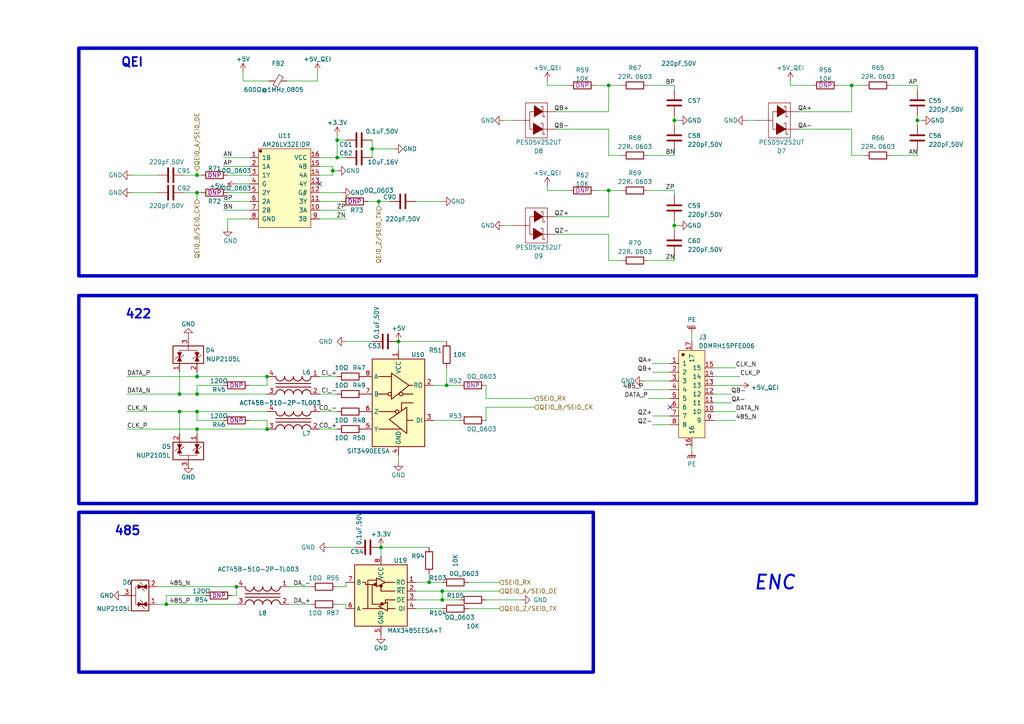
<source format=kicad_sch>
(kicad_sch (version 20230121) (generator eeschema)
  (paper "A4")
  (junction (at 176.53 24.765))
  (junction (at 48.26 175.26))
  (junction (at 57.15 119.38))
  (junction (at 247.015 24.765))
  (junction (at 52.07 114.3))
  (junction (at 124.46 168.91))
  (junction (at 128.27 173.99))
  (junction (at 266.065 34.925))
  (junction (at 110.49 158.75))
  (junction (at 107.95 43.18))
  (junction (at 77.47 109.22))
  (junction (at 176.53 55.245))
  (junction (at 195.58 34.925))
  (junction (at 97.79 40.64))
  (junction (at 57.15 50.8))
  (junction (at 57.15 124.46))
  (junction (at 52.07 119.38))
  (junction (at 195.58 65.405))
  (junction (at 96.52 49.53))
  (junction (at 57.15 109.22))
  (junction (at 57.15 114.3))
  (junction (at 68.58 170.18))
  (junction (at 115.57 99.06))
  (junction (at 77.47 124.46))
  (junction (at 128.27 171.45))
  (junction (at 57.15 55.88))
  (junction (at 109.855 58.42))
  (junction (at 97.79 45.72))
  (junction (at 129.54 111.76))
  (no_connect (at 194.31 118.11))
  (no_connect (at 92.71 53.34))
  (wire (pts (xy 107.95 43.18) (xy 114.3 43.18)))
  (wire (pts (xy 129.54 99.06) (xy 115.57 99.06)))
  (wire (pts (xy 100.33 99.06) (xy 107.95 99.06)))
  (wire (pts (xy 70.485 20.955) (xy 70.485 23.495)))
  (wire (pts (xy 57.15 125.73) (xy 57.15 124.46)))
  (wire (pts (xy 176.53 62.865) (xy 176.53 55.245)))
  (wire (pts (xy 48.26 172.72) (xy 48.26 175.26)))
  (wire (pts (xy 158.75 55.245) (xy 158.75 53.975)))
  (wire (pts (xy 53.34 55.88) (xy 57.15 55.88)))
  (wire (pts (xy 92.075 23.495) (xy 92.075 20.955)))
  (wire (pts (xy 207.01 111.76) (xy 214.63 111.76)))
  (wire (pts (xy 195.58 65.405) (xy 196.85 65.405)))
  (wire (pts (xy 36.83 119.38) (xy 52.07 119.38)))
  (wire (pts (xy 258.445 45.085) (xy 266.065 45.085)))
  (wire (pts (xy 92.71 45.72) (xy 97.79 45.72)))
  (wire (pts (xy 266.065 34.925) (xy 266.065 36.195)))
  (wire (pts (xy 194.31 105.41) (xy 189.23 105.41)))
  (wire (pts (xy 115.57 133.985) (xy 115.57 132.08)))
  (wire (pts (xy 92.71 55.88) (xy 99.06 55.88)))
  (wire (pts (xy 64.77 60.96) (xy 72.39 60.96)))
  (wire (pts (xy 247.015 37.465) (xy 247.015 45.085)))
  (wire (pts (xy 124.46 166.37) (xy 124.46 168.91)))
  (wire (pts (xy 258.445 24.765) (xy 266.065 24.765)))
  (wire (pts (xy 195.58 34.925) (xy 196.85 34.925)))
  (wire (pts (xy 92.71 60.96) (xy 100.33 60.96)))
  (wire (pts (xy 146.05 65.405) (xy 148.59 65.405)))
  (wire (pts (xy 115.57 99.06) (xy 115.57 101.6)))
  (wire (pts (xy 109.855 58.42) (xy 113.03 58.42)))
  (wire (pts (xy 52.07 119.38) (xy 57.15 119.38)))
  (wire (pts (xy 176.53 75.565) (xy 180.34 75.565)))
  (wire (pts (xy 57.15 107.95) (xy 57.15 109.22)))
  (wire (pts (xy 207.01 116.84) (xy 212.09 116.84)))
  (wire (pts (xy 92.71 124.46) (xy 97.79 124.46)))
  (wire (pts (xy 57.15 111.76) (xy 57.15 114.3)))
  (wire (pts (xy 140.97 121.92) (xy 140.97 118.11)))
  (wire (pts (xy 77.47 121.92) (xy 77.47 124.46)))
  (wire (pts (xy 36.83 114.3) (xy 52.07 114.3)))
  (wire (pts (xy 161.29 37.465) (xy 176.53 37.465)))
  (wire (pts (xy 129.54 106.68) (xy 129.54 111.76)))
  (wire (pts (xy 172.72 55.245) (xy 176.53 55.245)))
  (wire (pts (xy 77.47 119.38) (xy 57.15 119.38)))
  (wire (pts (xy 194.31 120.65) (xy 189.23 120.65)))
  (wire (pts (xy 124.46 158.75) (xy 110.49 158.75)))
  (wire (pts (xy 216.535 34.925) (xy 219.075 34.925)))
  (wire (pts (xy 64.77 58.42) (xy 72.39 58.42)))
  (wire (pts (xy 187.96 55.245) (xy 195.58 55.245)))
  (wire (pts (xy 194.31 110.49) (xy 186.69 110.49)))
  (wire (pts (xy 195.58 75.565) (xy 195.58 74.295)))
  (wire (pts (xy 129.54 111.76) (xy 125.73 111.76)))
  (wire (pts (xy 195.58 45.085) (xy 195.58 43.815)))
  (wire (pts (xy 176.53 32.385) (xy 176.53 24.765)))
  (wire (pts (xy 92.71 50.8) (xy 96.52 50.8)))
  (wire (pts (xy 96.52 48.26) (xy 96.52 49.53)))
  (wire (pts (xy 95.25 158.75) (xy 102.87 158.75)))
  (wire (pts (xy 68.58 172.72) (xy 67.31 172.72)))
  (wire (pts (xy 195.58 55.245) (xy 195.58 56.515)))
  (wire (pts (xy 207.01 109.22) (xy 214.63 109.22)))
  (wire (pts (xy 194.31 123.19) (xy 189.23 123.19)))
  (wire (pts (xy 66.04 50.8) (xy 72.39 50.8)))
  (wire (pts (xy 45.72 170.18) (xy 68.58 170.18)))
  (wire (pts (xy 120.65 58.42) (xy 128.27 58.42)))
  (wire (pts (xy 107.95 40.64) (xy 107.95 43.18)))
  (wire (pts (xy 133.35 111.76) (xy 129.54 111.76)))
  (wire (pts (xy 92.71 63.5) (xy 100.33 63.5)))
  (wire (pts (xy 83.82 175.26) (xy 90.17 175.26)))
  (wire (pts (xy 128.27 171.45) (xy 144.78 171.45)))
  (wire (pts (xy 36.83 124.46) (xy 57.15 124.46)))
  (wire (pts (xy 266.065 34.925) (xy 267.335 34.925)))
  (wire (pts (xy 68.58 53.34) (xy 72.39 53.34)))
  (wire (pts (xy 200.66 129.54) (xy 200.66 130.81)))
  (wire (pts (xy 53.34 50.8) (xy 57.15 50.8)))
  (wire (pts (xy 213.36 119.38) (xy 207.01 119.38)))
  (wire (pts (xy 176.53 67.945) (xy 176.53 75.565)))
  (wire (pts (xy 176.53 37.465) (xy 176.53 45.085)))
  (wire (pts (xy 92.71 114.3) (xy 97.79 114.3)))
  (wire (pts (xy 266.065 45.085) (xy 266.065 43.815)))
  (wire (pts (xy 106.68 58.42) (xy 109.855 58.42)))
  (wire (pts (xy 128.27 176.53) (xy 120.65 176.53)))
  (wire (pts (xy 195.58 34.925) (xy 195.58 36.195)))
  (wire (pts (xy 144.78 168.91) (xy 135.89 168.91)))
  (wire (pts (xy 207.01 106.68) (xy 213.36 106.68)))
  (wire (pts (xy 107.95 43.18) (xy 107.95 45.72)))
  (wire (pts (xy 57.15 119.38) (xy 57.15 121.92)))
  (wire (pts (xy 57.15 55.88) (xy 57.15 57.785)))
  (wire (pts (xy 64.77 48.26) (xy 72.39 48.26)))
  (wire (pts (xy 266.065 24.765) (xy 266.065 26.035)))
  (wire (pts (xy 57.15 55.88) (xy 58.42 55.88)))
  (wire (pts (xy 96.52 49.53) (xy 97.79 49.53)))
  (wire (pts (xy 92.71 48.26) (xy 96.52 48.26)))
  (wire (pts (xy 64.77 45.72) (xy 72.39 45.72)))
  (wire (pts (xy 100.33 168.91) (xy 100.33 170.18)))
  (wire (pts (xy 161.29 62.865) (xy 176.53 62.865)))
  (wire (pts (xy 54.61 135.89) (xy 54.61 134.62)))
  (wire (pts (xy 140.97 118.11) (xy 154.94 118.11)))
  (wire (pts (xy 57.15 114.3) (xy 52.07 114.3)))
  (wire (pts (xy 247.015 24.765) (xy 250.825 24.765)))
  (wire (pts (xy 195.58 64.135) (xy 195.58 65.405)))
  (wire (pts (xy 66.04 63.5) (xy 66.04 66.04)))
  (wire (pts (xy 52.07 107.95) (xy 52.07 114.3)))
  (wire (pts (xy 100.33 40.64) (xy 97.79 40.64)))
  (wire (pts (xy 231.775 32.385) (xy 247.015 32.385)))
  (wire (pts (xy 110.49 158.75) (xy 110.49 161.29)))
  (wire (pts (xy 97.79 175.26) (xy 100.33 175.26)))
  (wire (pts (xy 176.53 45.085) (xy 180.34 45.085)))
  (wire (pts (xy 151.13 173.99) (xy 140.97 173.99)))
  (wire (pts (xy 161.29 32.385) (xy 176.53 32.385)))
  (wire (pts (xy 52.07 125.73) (xy 52.07 119.38)))
  (wire (pts (xy 140.97 115.57) (xy 154.94 115.57)))
  (wire (pts (xy 158.75 24.765) (xy 158.75 23.495)))
  (wire (pts (xy 194.31 107.95) (xy 189.23 107.95)))
  (wire (pts (xy 77.47 121.92) (xy 72.39 121.92)))
  (wire (pts (xy 176.53 24.765) (xy 180.34 24.765)))
  (wire (pts (xy 92.71 119.38) (xy 97.79 119.38)))
  (wire (pts (xy 165.1 24.765) (xy 158.75 24.765)))
  (wire (pts (xy 48.26 175.26) (xy 68.58 175.26)))
  (wire (pts (xy 235.585 24.765) (xy 229.235 24.765)))
  (wire (pts (xy 186.69 113.03) (xy 194.31 113.03)))
  (wire (pts (xy 68.58 170.18) (xy 68.58 172.72)))
  (wire (pts (xy 128.27 171.45) (xy 120.65 171.45)))
  (wire (pts (xy 187.96 75.565) (xy 195.58 75.565)))
  (wire (pts (xy 200.66 99.06) (xy 200.66 96.52)))
  (wire (pts (xy 195.58 65.405) (xy 195.58 66.675)))
  (wire (pts (xy 77.47 109.22) (xy 77.47 111.76)))
  (wire (pts (xy 45.72 55.88) (xy 38.1 55.88)))
  (wire (pts (xy 92.71 109.22) (xy 97.79 109.22)))
  (wire (pts (xy 133.35 173.99) (xy 128.27 173.99)))
  (wire (pts (xy 48.26 172.72) (xy 59.69 172.72)))
  (wire (pts (xy 57.15 109.22) (xy 77.47 109.22)))
  (wire (pts (xy 77.47 111.76) (xy 72.39 111.76)))
  (wire (pts (xy 187.96 45.085) (xy 195.58 45.085)))
  (wire (pts (xy 83.185 23.495) (xy 92.075 23.495)))
  (wire (pts (xy 109.855 58.42) (xy 109.855 59.69)))
  (wire (pts (xy 140.97 111.76) (xy 140.97 115.57)))
  (wire (pts (xy 57.15 49.53) (xy 57.15 50.8)))
  (wire (pts (xy 172.72 24.765) (xy 176.53 24.765)))
  (wire (pts (xy 207.01 114.3) (xy 212.09 114.3)))
  (wire (pts (xy 195.58 24.765) (xy 195.58 26.035)))
  (wire (pts (xy 247.015 32.385) (xy 247.015 24.765)))
  (wire (pts (xy 213.36 121.92) (xy 207.01 121.92)))
  (wire (pts (xy 146.05 34.925) (xy 148.59 34.925)))
  (wire (pts (xy 90.17 170.18) (xy 83.82 170.18)))
  (wire (pts (xy 120.65 168.91) (xy 124.46 168.91)))
  (wire (pts (xy 72.39 63.5) (xy 66.04 63.5)))
  (wire (pts (xy 247.015 45.085) (xy 250.825 45.085)))
  (wire (pts (xy 194.31 115.57) (xy 187.96 115.57)))
  (wire (pts (xy 144.78 176.53) (xy 135.89 176.53)))
  (wire (pts (xy 70.485 23.495) (xy 78.105 23.495)))
  (wire (pts (xy 165.1 55.245) (xy 158.75 55.245)))
  (wire (pts (xy 161.29 67.945) (xy 176.53 67.945)))
  (wire (pts (xy 57.15 121.92) (xy 64.77 121.92)))
  (wire (pts (xy 57.15 124.46) (xy 77.47 124.46)))
  (wire (pts (xy 97.79 45.72) (xy 100.33 45.72)))
  (wire (pts (xy 187.96 24.765) (xy 195.58 24.765)))
  (wire (pts (xy 100.33 175.26) (xy 100.33 176.53)))
  (wire (pts (xy 231.775 37.465) (xy 247.015 37.465)))
  (wire (pts (xy 133.35 121.92) (xy 125.73 121.92)))
  (wire (pts (xy 266.065 33.655) (xy 266.065 34.925)))
  (wire (pts (xy 195.58 33.655) (xy 195.58 34.925)))
  (wire (pts (xy 243.205 24.765) (xy 247.015 24.765)))
  (wire (pts (xy 57.15 50.8) (xy 58.42 50.8)))
  (wire (pts (xy 36.83 109.22) (xy 57.15 109.22)))
  (wire (pts (xy 96.52 49.53) (xy 96.52 50.8)))
  (wire (pts (xy 66.04 55.88) (xy 72.39 55.88)))
  (wire (pts (xy 77.47 114.3) (xy 57.15 114.3)))
  (wire (pts (xy 97.79 39.37) (xy 97.79 40.64)))
  (wire (pts (xy 45.72 175.26) (xy 48.26 175.26)))
  (wire (pts (xy 128.27 171.45) (xy 128.27 173.99)))
  (wire (pts (xy 128.27 173.99) (xy 120.65 173.99)))
  (wire (pts (xy 45.72 50.8) (xy 38.1 50.8)))
  (wire (pts (xy 92.71 58.42) (xy 99.06 58.42)))
  (wire (pts (xy 97.79 170.18) (xy 100.33 170.18)))
  (wire (pts (xy 229.235 24.765) (xy 229.235 23.495)))
  (wire (pts (xy 57.15 111.76) (xy 64.77 111.76)))
  (wire (pts (xy 128.27 168.91) (xy 124.46 168.91)))
  (wire (pts (xy 97.79 40.64) (xy 97.79 45.72)))
  (wire (pts (xy 176.53 55.245) (xy 180.34 55.245)))
  (rectangle (start 22.86 13.97) (end 283.21 80.01) (stroke (width 1)))
  (rectangle (start 22.86 148.59) (end 172.085 194.945) (stroke (width 1)))
  (rectangle (start 22.86 85.725) (end 283.21 146.05) (stroke (width 1)))
  (text "422" (at 36.195 92.71 0) (effects (font (size 2.54 2.54) (thickness 0.508) bold) (justify left bottom)))
  (text "QEI" (at 34.925 19.685 0) (effects (font (size 2.54 2.54) (thickness 0.508) bold) (justify left bottom)))
  (text "485" (at 33.02 155.575 0) (effects (font (size 2.54 2.54) (thickness 0.508) bold) (justify left bottom)))
  (text "ENC" (at 218.44 171.45 0) (effects (font (size 4 4) (thickness 0.6) bold italic) (justify left bottom)))
  (label "AP" (at 263.525 24.765 0))
  (label "DATA_N" (at 36.83 114.3 0))
  (label "QB-" (at 165.1 37.465 180))
  (label "AP" (at 64.77 48.26 0))
  (label "CLK_N" (at 36.83 119.38 0))
  (label "AN" (at 263.525 45.085 0))
  (label "CI_+" (at 97.79 109.22 180))
  (label "CI_-" (at 97.79 114.3 180))
  (label "BN" (at 64.77 60.96 0))
  (label "CLK_N" (at 213.36 106.68 0))
  (label "485_N" (at 213.36 121.92 0))
  (label "ZN" (at 193.04 75.565 0))
  (label "QB+" (at 189.23 107.95 180))
  (label "ZP" (at 100.33 60.96 180))
  (label "CLK_P" (at 36.83 124.46 0))
  (label "QB-" (at 212.09 114.3 0))
  (label "QA-" (at 235.585 37.465 180))
  (label "DA_+" (at 90.17 175.26 180))
  (label "BP" (at 193.04 24.765 0))
  (label "BN" (at 193.04 45.085 0))
  (label "DATA_N" (at 213.36 119.38 0))
  (label "QB+" (at 165.1 32.385 180))
  (label "QA-" (at 212.09 116.84 0))
  (label "485_P" (at 186.69 113.03 180))
  (label "QZ+" (at 165.1 62.865 180))
  (label "BP" (at 64.77 58.42 0))
  (label "QZ+" (at 189.23 120.65 180))
  (label "CO_-" (at 97.79 119.38 180))
  (label "DA_-" (at 90.17 170.18 180))
  (label "CLK_P" (at 214.63 109.22 0))
  (label "AN" (at 64.77 45.72 0))
  (label "QZ-" (at 189.23 123.19 180))
  (label "ZN" (at 100.33 63.5 180))
  (label "485_N" (at 55.245 170.18 180))
  (label "CO_+" (at 97.79 124.46 180))
  (label "QA+" (at 189.23 105.41 180))
  (label "DATA_P" (at 187.96 115.57 180))
  (label "485_P" (at 55.245 175.26 180))
  (label "QZ-" (at 165.1 67.945 180))
  (label "QA+" (at 235.585 32.385 180))
  (label "ZP" (at 193.04 55.245 0))
  (label "DATA_P" (at 36.83 109.22 0))
  (hierarchical_label "QEI0_A{slash}SEI0_DE" (shape input) (at 57.15 49.53 90))
  (hierarchical_label "SEI0_RX" (shape input) (at 144.78 168.91 0))
  (hierarchical_label "QEI0_Z{slash}SEI0_TX" (shape input) (at 144.78 176.53 0))
  (hierarchical_label "SEI0_RX" (shape input) (at 154.94 115.57 0))
  (hierarchical_label "QEI0_B{slash}SEI0_CK" (shape input) (at 57.15 57.785 270))
  (hierarchical_label "QEI0_A{slash}SEI0_DE" (shape input) (at 144.78 171.45 0))
  (hierarchical_label "QEI0_Z{slash}SEI0_TX" (shape input) (at 109.855 59.69 270))
  (hierarchical_label "QEI0_B{slash}SEI0_CK" (shape input) (at 154.94 118.11 0))
  (symbol (lib_id "02_HPM_Resistor:0Ω_0603") (at 132.08 176.53 0) (mirror y) (unit 1)
    (property "Reference" "R104" (at 127 177.8 0))
    (property "Value" "0Ω_0603" (at 133.35 179.07 0))
    (property "Footprint" "02_HPM_Resistor:R_0603_1608Metric" (effects hide))
    (property "Model" "0603WAF0000T5E" (effects hide))
    (property "Company" "UNI-ROYAL(厚声)" (effects hide))
    (instances (project "HPM5300_DCServo_CTL_REVB" (path "" (reference "R104") (unit 1))) (project "HPM5300 EVK REVC" (path "" (reference "R95") (unit 1))))
  )
  (symbol (lib_id "04_HPM_Diode:NUP2105L") (at 40.64 172.72 270) (mirror x) (unit 1)
    (property "Reference" "D6" (at 36.83 168.91 90))
    (property "Value" "NUP2105L" (at 33.02 176.53 90))
    (property "Footprint" "06_HPM_SOT:SOT-23" (effects hide))
    (property "Field4" "NUP2105L" (effects hide))
    (property "Field5" "TECH PUBLIC(台舟)" (effects hide))
    (property "Model" "NUP2105L" (effects hide))
    (property "Company" "TECH PUBLIC(台舟)" (effects hide))
    (instances (project "HPM5300_DCServo_CTL_REVB" (path "" (reference "D6") (unit 1))) (project "HPM5300-COMM" (path "" (reference "D?") (unit 1))) (project "HPM5300 EVK REVC" (path "" (reference "D7") (unit 1))))
  )
  (symbol (lib_id "02_HPM_Resistor:10K_0603") (at 129.54 102.87 270) (mirror x) (unit 1)
    (property "Reference" "R51" (at 128.27 101.6 90) (effects (justify right)))
    (property "Value" "10K" (at 133.35 102.87 90))
    (property "Footprint" "02_HPM_Resistor:R_0603_1608Metric" (effects hide))
    (property "Model" "RC0603FR-0710KL\n" (effects hide))
    (property "Company" "YAGEO\n" (effects hide))
    (instances (project "HPM5300_DCServo_CTL_REVB" (path "" (reference "R51") (unit 1))) (project "HPM5300-COMM" (path "" (reference "R?") (unit 1))) (project "HPM5300 EVK REVC" (path "" (reference "R79") (unit 1))))
  )
  (symbol (lib_id "00_PWR:+5V_QEI") (at 92.075 20.955 0) (unit 1)
    (property "Reference" "#PWR0108" (effects hide))
    (property "Value" "+5V_QEI" (at 92.075 17.145 0))
    (instances (project "HPM5300_DCServo_CTL_REVB" (path "" (reference "#PWR0108") (unit 1))) (project "DRV_PWR_RevA" (path "" (reference "#PWR0170") (unit 1))) (project "DRV_CTL" (path "" (reference "#PWR017") (unit 1))) (project "EncoderCard" (path "" (reference "#PWR014") (unit 1))))
  )
  (symbol (lib_id "02_HPM_Resistor:10K_0603") (at 239.395 24.765 0) (unit 1)
    (property "Reference" "R56" (at 239.395 20.32 0))
    (property "Value" "10K" (at 239.395 22.86 0))
    (property "Footprint" "02_HPM_Resistor:R_0603_1608Metric" (effects hide))
    (property "Model" "RC0603FR-0710KL\n" (effects hide))
    (property "Company" "YAGEO\n" (effects hide))
    (property "ASSY_OPT" "DNP" (at 239.395 24.765 0))
    (instances (project "HPM5300_DCServo_CTL_REVB" (path "" (reference "R56") (unit 1))) (project "DRV_PWR_RevA" (path "" (reference "R111") (unit 1))) (project "DRV_CTL" (path "" (reference "R2") (unit 1))) (project "EncoderCard" (path "" (reference "R1") (unit 1))))
  )
  (symbol (lib_id "02_HPM_Resistor:0Ω_0603") (at 62.23 55.88 0) (unit 1)
    (property "Reference" "R72" (at 62.23 58.42 0))
    (property "Value" "0Ω_0603" (at 68.58 54.61 0))
    (property "Footprint" "02_HPM_Resistor:R_0603_1608Metric" (effects hide))
    (property "Model" "0603WAF0000T5E" (effects hide))
    (property "Company" "UNI-ROYAL(厚声)" (effects hide))
    (property "ASSY_OPT" "DNP" (at 62.23 55.88 0))
    (instances (project "HPM5300_DCServo_CTL_REVB" (path "" (reference "R72") (unit 1))) (project "DRV_PWR_RevA" (path "" (reference "R124") (unit 1))) (project "DRV_CTL" (path "" (reference "R30") (unit 1))) (project "EncoderCard" (path "" (reference "R29") (unit 1))))
  )
  (symbol (lib_id "04_HPM_Diode:NUP2105L") (at 54.61 130.81 0) (mirror y) (unit 1)
    (property "Reference" "D5" (at 48.26 129.54 0))
    (property "Value" "NUP2105L" (at 44.45 132.08 0))
    (property "Footprint" "06_HPM_SOT:SOT-23" (effects hide))
    (property "Field4" "NUP2105L" (effects hide))
    (property "Field5" "TECH PUBLIC(台舟)" (effects hide))
    (property "Model" "NUP2105L" (effects hide))
    (property "Company" "TECH PUBLIC(台舟)" (effects hide))
    (instances (project "HPM5300_DCServo_CTL_REVB" (path "" (reference "D5") (unit 1))) (project "HPM5300-COMM" (path "" (reference "D?") (unit 1))) (project "HPM5300 EVK REVC" (path "" (reference "D8") (unit 1))))
  )
  (symbol (lib_id "00_HPM_power:GND") (at 54.61 97.79 0) (mirror x) (unit 1)
    (property "Reference" "#PWR090" (effects hide))
    (property "Value" "GND" (at 52.578 93.98 0) (effects (justify left)))
    (instances (project "HPM5300_DCServo_CTL_REVB" (path "" (reference "#PWR090") (unit 1))) (project "HPM5300-COMM" (path "" (reference "#PWR?") (unit 1))) (project "HPM5300 EVK REVC" (path "" (reference "#PWR0154") (unit 1))))
  )
  (symbol (lib_id "02_HPM_Resistor:10Ω_0402") (at 101.6 124.46 0) (mirror y) (unit 1)
    (property "Reference" "R50" (at 104.14 127 0))
    (property "Value" "10Ω" (at 99.06 127 0))
    (property "Footprint" "02_HPM_Resistor:R_0402_1005Metric" (effects hide))
    (property "Model" "0402WGF100JTCE" (effects hide))
    (property "Company" "UNI-ROYAL(厚声)" (effects hide))
    (instances (project "HPM5300_DCServo_CTL_REVB" (path "" (reference "R50") (unit 1))) (project "HPM5300-COMM" (path "" (reference "R?") (unit 1))) (project "HPM5300 EVK REVC" (path "" (reference "R87") (unit 1))))
  )
  (symbol (lib_id "00_HPM_power:GND") (at 115.57 133.985 0) (mirror y) (unit 1)
    (property "Reference" "#PWR0134" (effects hide))
    (property "Value" "GND" (at 117.602 137.795 0) (effects (justify left)))
    (instances (project "HPM5300_DCServo_CTL_REVB" (path "" (reference "#PWR0134") (unit 1))) (project "HPM5300-COMM" (path "" (reference "#PWR?") (unit 1))) (project "HPM5300 EVK REVC" (path "" (reference "#PWR0158") (unit 1))))
  )
  (symbol (lib_id "03_HPM_Capacitance:220pF,50V_0603") (at 266.065 29.845 0) (unit 1)
    (property "Reference" "C55" (at 269.24 29.21 0) (effects (justify left)))
    (property "Value" "220pF,50V" (at 269.24 31.75 0) (effects (justify left)))
    (property "Footprint" "03_HPM_Capacitance:C_0603_1608Metric" (effects hide))
    (property "Model" " CC0603KRX7R9BB221" (effects hide))
    (property "Company" "YAGEO" (effects hide))
    (instances (project "HPM5300_DCServo_CTL_REVB" (path "" (reference "C55") (unit 1))) (project "DRV_PWR_RevA" (path "" (reference "C103") (unit 1))) (project "DRV_CTL" (path "" (reference "C1") (unit 1))) (project "EncoderCard" (path "" (reference "C1") (unit 1))))
  )
  (symbol (lib_id "03_HPM_Capacitance:220pF,50V_0402") (at 116.84 58.42 90) (unit 1)
    (property "Reference" "C90" (at 113.03 57.15 90))
    (property "Value" "220pF,50V" (at 121.92 63.5 90) (effects (justify left)))
    (property "Footprint" "03_HPM_Capacitance:C_0402_1005Metric" (effects hide))
    (property "Model" "0402B221K500NT" (effects hide))
    (property "Company" " YAGEO(国巨)" (effects hide))
    (instances (project "HPM5300_DCServo_CTL_REVB" (path "" (reference "C90") (unit 1))) (project "DRV_PWR_RevA" (path "" (reference "C111") (unit 1))) (project "DRV_CTL" (path "" (reference "C14") (unit 1))) (project "EncoderCard" (path "" (reference "C14") (unit 1))))
  )
  (symbol (lib_id "00_PWR:22R，0603") (at 184.15 55.245 0) (unit 1)
    (property "Reference" "R69" (at 184.15 50.165 0))
    (property "Value" "22R，0603" (at 184.15 52.705 0))
    (property "Footprint" "02_HPM_Resistor:R_0603_1608Metric" (effects hide))
    (property "Model" " RC0603FR-0722RL" (effects hide))
    (property "Company" "YAGEO(国巨)" (effects hide))
    (instances (project "HPM5300_DCServo_CTL_REVB" (path "" (reference "R69") (unit 1))) (project "DRV_PWR_RevA" (path "" (reference "R120") (unit 1))) (project "DRV_CTL" (path "" (reference "R21") (unit 1))) (project "EncoderCard" (path "" (reference "R20") (unit 1))))
  )
  (symbol (lib_id "00_PWR:+5V_QEI") (at 158.75 53.975 0) (unit 1)
    (property "Reference" "#PWR0106" (effects hide))
    (property "Value" "+5V_QEI" (at 158.75 50.165 0))
    (instances (project "HPM5300_DCServo_CTL_REVB" (path "" (reference "#PWR0106") (unit 1))) (project "DRV_PWR_RevA" (path "" (reference "#PWR0165") (unit 1))) (project "DRV_CTL" (path "" (reference "#PWR015") (unit 1))) (project "EncoderCard" (path "" (reference "#PWR010") (unit 1))))
  )
  (symbol (lib_id "00_PWR:22R，0603") (at 184.15 45.085 0) (unit 1)
    (property "Reference" "R68" (at 184.15 40.005 0))
    (property "Value" "22R，0603" (at 184.15 42.545 0))
    (property "Footprint" "02_HPM_Resistor:R_0603_1608Metric" (effects hide))
    (property "Model" " RC0603FR-0722RL" (effects hide))
    (property "Company" "YAGEO(国巨)" (effects hide))
    (instances (project "HPM5300_DCServo_CTL_REVB" (path "" (reference "R68") (unit 1))) (project "DRV_PWR_RevA" (path "" (reference "R116") (unit 1))) (project "DRV_CTL" (path "" (reference "R20") (unit 1))) (project "EncoderCard" (path "" (reference "R19") (unit 1))))
  )
  (symbol (lib_id "00_HPM_power:GND") (at 35.56 172.72 270) (mirror x) (unit 1)
    (property "Reference" "#PWR094" (effects hide))
    (property "Value" "GND" (at 33.02 172.72 90) (effects (justify right)))
    (instances (project "HPM5300_DCServo_CTL_REVB" (path "" (reference "#PWR094") (unit 1))) (project "HPM5300-COMM" (path "" (reference "#PWR?") (unit 1))) (project "HPM5300 EVK REVC" (path "" (reference "#PWR0161") (unit 1))))
  )
  (symbol (lib_id "04_HPM_Diode:NUP2105L") (at 54.61 102.87 0) (mirror x) (unit 1)
    (property "Reference" "D4" (at 60.96 101.6 0))
    (property "Value" "NUP2105L" (at 64.77 104.14 0))
    (property "Footprint" "06_HPM_SOT:SOT-23" (effects hide))
    (property "Field4" "NUP2105L" (effects hide))
    (property "Field5" "TECH PUBLIC(台舟)" (effects hide))
    (property "Model" "NUP2105L" (effects hide))
    (property "Company" "TECH PUBLIC(台舟)" (effects hide))
    (instances (project "HPM5300_DCServo_CTL_REVB" (path "" (reference "D4") (unit 1))) (project "HPM5300-COMM" (path "" (reference "D?") (unit 1))) (project "HPM5300 EVK REVC" (path "" (reference "D9") (unit 1))))
  )
  (symbol (lib_id "02_HPM_Resistor:0Ω_0603") (at 102.87 58.42 0) (unit 1)
    (property "Reference" "R73" (at 103.505 60.96 0))
    (property "Value" "0Ω_0603" (at 109.855 55.245 0))
    (property "Footprint" "02_HPM_Resistor:R_0603_1608Metric" (effects hide))
    (property "Model" "0603WAF0000T5E" (effects hide))
    (property "Company" "UNI-ROYAL(厚声)" (effects hide))
    (property "ASSY_OPT" "DNP" (at 102.87 58.42 0))
    (instances (project "HPM5300_DCServo_CTL_REVB" (path "" (reference "R73") (unit 1))) (project "DRV_PWR_RevA" (path "" (reference "R123") (unit 1))) (project "DRV_CTL" (path "" (reference "R31") (unit 1))) (project "EncoderCard" (path "" (reference "R30") (unit 1))))
  )
  (symbol (lib_id "02_HPM_Resistor:10Ω_0402") (at 101.6 114.3 0) (mirror y) (unit 1)
    (property "Reference" "R48" (at 104.14 121.92 0))
    (property "Value" "10Ω" (at 99.06 121.92 0))
    (property "Footprint" "02_HPM_Resistor:R_0402_1005Metric" (effects hide))
    (property "Model" "0402WGF100JTCE" (effects hide))
    (property "Company" "UNI-ROYAL(厚声)" (effects hide))
    (instances (project "HPM5300_DCServo_CTL_REVB" (path "" (reference "R48") (unit 1))) (project "HPM5300-COMM" (path "" (reference "R?") (unit 1))) (project "HPM5300 EVK REVC" (path "" (reference "R83") (unit 1))))
  )
  (symbol (lib_id "06_HPM_Function_IC:SIT3490EESA") (at 115.57 116.84 0) (mirror y) (unit 1)
    (property "Reference" "U10" (at 123.19 102.87 0) (effects (justify left)))
    (property "Value" "SIT3490EESA" (at 113.03 130.81 0) (effects (justify left)))
    (property "Footprint" "06_HPM_SO:SOIC-8" (effects hide))
    (property "Model" "SIT3490EESA" (effects hide))
    (property "Company" "SIT(芯力特)" (effects hide))
    (instances (project "HPM5300_DCServo_CTL_REVB" (path "" (reference "U10") (unit 1))) (project "HPM5300-COMM" (path "" (reference "U?") (unit 1))) (project "HPM5300 EVK REVC" (path "" (reference "U12") (unit 1))))
  )
  (symbol (lib_id "power:GND") (at 146.05 34.925 270) (unit 1)
    (property "Reference" "#PWR0102" (effects hide))
    (property "Value" "GND" (at 143.51 34.925 90) (effects (justify right)))
    (instances (project "HPM5300_DCServo_CTL_REVB" (path "" (reference "#PWR0102") (unit 1))) (project "DRV_PWR_RevA" (path "" (reference "#PWR0160") (unit 1))) (project "DRV_CTL" (path "" (reference "#PWR09") (unit 1))) (project "EncoderCard" (path "" (reference "#PWR02") (unit 1))))
  )
  (symbol (lib_id "power:GND") (at 99.06 55.88 90) (mirror x) (unit 1)
    (property "Reference" "#PWR0116" (effects hide))
    (property "Value" "GND" (at 101.6 55.88 90) (effects (justify right)))
    (instances (project "HPM5300_DCServo_CTL_REVB" (path "" (reference "#PWR0116") (unit 1))) (project "DRV_PWR_RevA" (path "" (reference "#PWR0173") (unit 1))) (project "DRV_CTL" (path "" (reference "#PWR035") (unit 1))) (project "EncoderCard" (path "" (reference "#PWR032") (unit 1))))
  )
  (symbol (lib_id "03_HPM_Capacitance:220pF,50V_0603") (at 195.58 60.325 0) (unit 1)
    (property "Reference" "C59" (at 199.39 59.69 0) (effects (justify left)))
    (property "Value" "220pF,50V" (at 199.39 62.23 0) (effects (justify left)))
    (property "Footprint" "03_HPM_Capacitance:C_0603_1608Metric" (effects hide))
    (property "Model" " CC0603KRX7R9BB221" (effects hide))
    (property "Company" "YAGEO" (effects hide))
    (instances (project "HPM5300_DCServo_CTL_REVB" (path "" (reference "C59") (unit 1))) (project "DRV_PWR_RevA" (path "" (reference "C107") (unit 1))) (project "DRV_CTL" (path "" (reference "C5") (unit 1))) (project "EncoderCard" (path "" (reference "C5") (unit 1))))
  )
  (symbol (lib_id "07_HPM_Inductance:ACT45B-510-2P-TL003") (at 93.98 127 180) (unit 1)
    (property "Reference" "L7" (at 88.9 125.73 0))
    (property "Value" "ACT45B-510-2P-TL003" (at 81.28 116.84 0))
    (property "Footprint" "07_HPM_Inductance:L4532" (effects hide))
    (property "Model" "ACT45B-510-2P-TL003" (effects hide))
    (property "Company" "TDK" (effects hide))
    (instances (project "HPM5300_DCServo_CTL_REVB" (path "" (reference "L7") (unit 1))) (project "HPM5300-COMM" (path "" (reference "L?") (unit 1))) (project "HPM5300 EVK REVC" (path "" (reference "L7") (unit 1))))
  )
  (symbol (lib_id "00_PWR:+5V_QEI") (at 229.235 23.495 0) (unit 1)
    (property "Reference" "#PWR0104" (effects hide))
    (property "Value" "+5V_QEI" (at 229.235 19.685 0))
    (instances (project "HPM5300_DCServo_CTL_REVB" (path "" (reference "#PWR0104") (unit 1))) (project "DRV_PWR_RevA" (path "" (reference "#PWR0159") (unit 1))) (project "DRV_CTL" (path "" (reference "#PWR013") (unit 1))) (project "EncoderCard" (path "" (reference "#PWR08") (unit 1))))
  )
  (symbol (lib_id "00_HPM_power:GND") (at 54.61 134.62 0) (mirror y) (unit 1)
    (property "Reference" "#PWR091" (effects hide))
    (property "Value" "GND" (at 56.642 138.43 0) (effects (justify left)))
    (instances (project "HPM5300_DCServo_CTL_REVB" (path "" (reference "#PWR091") (unit 1))) (project "HPM5300-COMM" (path "" (reference "#PWR?") (unit 1))) (project "HPM5300 EVK REVC" (path "" (reference "#PWR0158") (unit 1))))
  )
  (symbol (lib_id "03_HPM_Capacitance:10uF,16V_0603") (at 104.14 45.72 90) (unit 1)
    (property "Reference" "C62" (at 100.33 44.45 90))
    (property "Value" "10uF,16V" (at 115.57 46.99 90) (effects (justify left)))
    (property "Footprint" "03_HPM_Capacitance:C_0603_1608Metric" (effects hide))
    (property "Model" "CL10A106KO8NQNC" (effects hide))
    (property "Company" " SAMSUNG(三星)" (effects hide))
    (instances (project "HPM5300_DCServo_CTL_REVB" (path "" (reference "C62") (unit 1))) (project "DRV_PWR_RevA" (path "" (reference "C110") (unit 1))) (project "DRV_CTL" (path "" (reference "C13") (unit 1))) (project "EncoderCard" (path "" (reference "C13") (unit 1))))
  )
  (symbol (lib_id "03_HPM_Capacitance:0.1uF,50V,0603") (at 104.14 40.64 90) (unit 1)
    (property "Reference" "C61" (at 100.33 41.91 90))
    (property "Value" "0.1uF,50V" (at 115.57 38.1 90) (effects (justify left)))
    (property "Footprint" "03_HPM_Capacitance:C_0603_1608Metric" (effects hide))
    (property "Model" "CC0603JRX7R9BB104" (effects hide))
    (property "Company" "YAGEO" (effects hide))
    (instances (project "HPM5300_DCServo_CTL_REVB" (path "" (reference "C61") (unit 1))) (project "DRV_PWR_RevA" (path "" (reference "C109") (unit 1))) (project "DRV_CTL" (path "" (reference "C12") (unit 1))) (project "EncoderCard" (path "" (reference "C12") (unit 1))))
  )
  (symbol (lib_id "power:+3.3V") (at 110.49 158.75 0) (unit 1)
    (property "Reference" "#PWR096" (effects hide))
    (property "Value" "+3.3V" (at 110.49 154.94 0))
    (instances (project "HPM5300_DCServo_CTL_REVB" (path "" (reference "#PWR096") (unit 1))) (project "HPM5300-COMM" (path "" (reference "#PWR?") (unit 1))) (project "HPM5300 EVK REVC" (path "" (reference "#PWR0159") (unit 1))))
  )
  (symbol (lib_id "00_HPM_power:GND") (at 95.25 158.75 270) (mirror x) (unit 1)
    (property "Reference" "#PWR095" (effects hide))
    (property "Value" "GND" (at 91.44 158.7499 90) (effects (justify right)))
    (instances (project "HPM5300_DCServo_CTL_REVB" (path "" (reference "#PWR095") (unit 1))) (project "HPM5300-COMM" (path "" (reference "#PWR?") (unit 1))) (project "HPM5300 EVK REVC" (path "" (reference "#PWR0160") (unit 1))))
  )
  (symbol (lib_id "00_PWR:PE") (at 200.66 130.81 0) (unit 1)
    (property "Reference" "#PWR062" (effects hide))
    (property "Value" "PE" (at 200.66 134.62 0))
    (instances (project "HPM5300_DCServo_CTL_REVB" (path "" (reference "#PWR062") (unit 1)) (path "" (reference "#PWR0165") (unit 1)) (path "" (reference "#PWR025") (unit 1))) (project "DCServo_DRV" (path "" (reference "#PWR038") (unit 1))) (project "DCDC" (path "" (reference "#PWR010") (unit 1))) (project "DRV_PWR_RevA" (path "" (reference "#PWR010") (unit 1)) (path "" (reference "#PWR0139") (unit 1))))
  )
  (symbol (lib_id "power:GND") (at 216.535 34.925 270) (unit 1)
    (property "Reference" "#PWR0101" (effects hide))
    (property "Value" "GND" (at 213.995 34.925 90) (effects (justify right)))
    (instances (project "HPM5300_DCServo_CTL_REVB" (path "" (reference "#PWR0101") (unit 1))) (project "DRV_PWR_RevA" (path "" (reference "#PWR0158") (unit 1))) (project "DRV_CTL" (path "" (reference "#PWR08") (unit 1))) (project "EncoderCard" (path "" (reference "#PWR01") (unit 1))))
  )
  (symbol (lib_id "06_HPM_Function_IC:MAX3485EESA+T") (at 118.11 163.83 0) (mirror y) (unit 1)
    (property "Reference" "U19" (at 118.11 162.56 0) (effects (justify left)))
    (property "Value" "MAX3485EESA+T" (at 128.27 182.88 0) (effects (justify left)))
    (property "Footprint" "06_HPM_SO:SOIC-8" (effects hide))
    (property "Model" "MAX3485EESA+T" (effects hide))
    (property "Company" "ADI" (effects hide))
    (instances (project "HPM5300_DCServo_CTL_REVB" (path "" (reference "U19") (unit 1))) (project "HPM5300-COMM" (path "" (reference "U?") (unit 1))) (project "HPM5300 EVK REVC" (path "" (reference "U13") (unit 1))))
  )
  (symbol (lib_id "02_HPM_Resistor:10K_0603") (at 168.91 55.245 0) (unit 1)
    (property "Reference" "R62" (at 168.91 50.8 0))
    (property "Value" "10K" (at 168.91 53.34 0))
    (property "Footprint" "02_HPM_Resistor:R_0603_1608Metric" (effects hide))
    (property "Model" "RC0603FR-0710KL\n" (effects hide))
    (property "Company" "YAGEO\n" (effects hide))
    (property "ASSY_OPT" "DNP" (at 168.91 55.245 0))
    (instances (project "HPM5300_DCServo_CTL_REVB" (path "" (reference "R62") (unit 1))) (project "DRV_PWR_RevA" (path "" (reference "R117") (unit 1))) (project "DRV_CTL" (path "" (reference "R8") (unit 1))) (project "EncoderCard" (path "" (reference "R7") (unit 1))))
  )
  (symbol (lib_id "00_PWR:22R，0603") (at 184.15 75.565 0) (unit 1)
    (property "Reference" "R70" (at 184.15 70.485 0))
    (property "Value" "22R，0603" (at 184.15 73.025 0))
    (property "Footprint" "02_HPM_Resistor:R_0603_1608Metric" (effects hide))
    (property "Model" " RC0603FR-0722RL" (effects hide))
    (property "Company" "YAGEO(国巨)" (effects hide))
    (instances (project "HPM5300_DCServo_CTL_REVB" (path "" (reference "R70") (unit 1))) (project "DRV_PWR_RevA" (path "" (reference "R121") (unit 1))) (project "DRV_CTL" (path "" (reference "R22") (unit 1))) (project "EncoderCard" (path "" (reference "R21") (unit 1))))
  )
  (symbol (lib_id "00_PWR:600Ω@1MHz,0805") (at 78.105 23.495 0) (unit 1)
    (property "Reference" "FB2" (at 80.6831 18.415 0))
    (property "Value" "600Ω@1MHz,0805" (at 79.375 26.035 0))
    (property "Footprint" "Resistor_SMD:R_0805_2012Metric" (effects hide))
    (property "Model" "CBW201209U601T" (effects hide))
    (property "Company" "FH(风华)" (effects hide))
    (instances (project "HPM5300_DCServo_CTL_REVB" (path "" (reference "FB2") (unit 1))) (project "DRV_PWR_RevA" (path "" (reference "FB1") (unit 1)) (path "" (reference "FB3") (unit 1))) (project "DRV_CTL" (path "" (reference "FB1") (unit 1))) (project "EncoderCard" (path "" (reference "FB1") (unit 1))))
  )
  (symbol (lib_id "02_HPM_Resistor:10Ω_0402") (at 101.6 109.22 0) (mirror y) (unit 1)
    (property "Reference" "R47" (at 104.14 106.68 0))
    (property "Value" "10Ω" (at 99.06 106.68 0))
    (property "Footprint" "02_HPM_Resistor:R_0402_1005Metric" (effects hide))
    (property "Model" "0402WGF100JTCE" (effects hide))
    (property "Company" "UNI-ROYAL(厚声)" (effects hide))
    (instances (project "HPM5300_DCServo_CTL_REVB" (path "" (reference "R47") (unit 1))) (project "HPM5300-COMM" (path "" (reference "R?") (unit 1))) (project "HPM5300 EVK REVC" (path "" (reference "R80") (unit 1))))
  )
  (symbol (lib_id "00_HPM_power:GND") (at 100.33 99.06 270) (mirror x) (unit 1)
    (property "Reference" "#PWR092" (effects hide))
    (property "Value" "GND" (at 96.52 99.0599 90) (effects (justify right)))
    (instances (project "HPM5300_DCServo_CTL_REVB" (path "" (reference "#PWR092") (unit 1))) (project "HPM5300-COMM" (path "" (reference "#PWR?") (unit 1))) (project "HPM5300 EVK REVC" (path "" (reference "#PWR0153") (unit 1))))
  )
  (symbol (lib_id "00_HPM_power:GND") (at 110.49 184.15 0) (mirror y) (unit 1)
    (property "Reference" "#PWR097" (effects hide))
    (property "Value" "GND" (at 110.49 187.96 0))
    (instances (project "HPM5300_DCServo_CTL_REVB" (path "" (reference "#PWR097") (unit 1))) (project "HPM5300-COMM" (path "" (reference "#PWR?") (unit 1))) (project "HPM5300 EVK REVC" (path "" (reference "#PWR0162") (unit 1))))
  )
  (symbol (lib_id "00_PWR:+5V") (at 70.485 20.955 0) (unit 1)
    (property "Reference" "#PWR0107" (effects hide))
    (property "Value" "+5V" (at 70.485 17.145 0))
    (instances (project "HPM5300_DCServo_CTL_REVB" (path "" (reference "#PWR0107") (unit 1))) (project "DRV_PWR_RevA" (path "" (reference "#PWR0156") (unit 1))) (project "DRV_CTL" (path "" (reference "#PWR016") (unit 1))) (project "EncoderCard" (path "" (reference "#PWR011") (unit 1))))
  )
  (symbol (lib_id "power:+3.3V") (at 97.79 39.37 0) (unit 1)
    (property "Reference" "#PWR099" (effects hide))
    (property "Value" "+3.3V" (at 97.79 35.56 0))
    (instances (project "HPM5300_DCServo_CTL_REVB" (path "" (reference "#PWR099") (unit 1))) (project "Four_Servo_HPM6280_MB" (path "" (reference "#PWR062") (unit 1))) (project "DRV_PWR_RevA" (path "" (reference "#PWR0148") (unit 1)) (path "" (reference "#PWR0174") (unit 1))) (project "DRV_CTL" (path "" (reference "#PWR031") (unit 1))) (project "EncoderCard" (path "" (reference "#PWR028") (unit 1))))
  )
  (symbol (lib_id "power:GND") (at 186.69 110.49 270) (unit 1)
    (property "Reference" "#PWR0178" (effects hide))
    (property "Value" "GND" (at 184.15 110.49 90) (effects (justify right)))
    (instances (project "HPM5300_DCServo_CTL_REVB" (path "" (reference "#PWR0178") (unit 1))) (project "DRV_PWR_RevA" (path "" (reference "#PWR0175") (unit 1))) (project "DRV_CTL" (path "" (reference "#PWR038") (unit 1))) (project "EncoderCard" (path "" (reference "#PWR035") (unit 1))))
  )
  (symbol (lib_id "00_PWR:+5V") (at 115.57 99.06 0) (unit 1)
    (property "Reference" "#PWR093" (effects hide))
    (property "Value" "+5V" (at 115.57 95.25 0))
    (instances (project "HPM5300_DCServo_CTL_REVB" (path "" (reference "#PWR093") (unit 1))) (project "DRV_PWR_RevA" (path "" (reference "#PWR0156") (unit 1))) (project "DRV_CTL" (path "" (reference "#PWR016") (unit 1))) (project "EncoderCard" (path "" (reference "#PWR011") (unit 1))))
  )
  (symbol (lib_id "02_HPM_Resistor:10Ω_0402") (at 101.6 119.38 0) (mirror y) (unit 1)
    (property "Reference" "R49" (at 104.14 111.76 0))
    (property "Value" "10Ω" (at 99.06 111.76 0))
    (property "Footprint" "02_HPM_Resistor:R_0402_1005Metric" (effects hide))
    (property "Model" "0402WGF100JTCE" (effects hide))
    (property "Company" "UNI-ROYAL(厚声)" (effects hide))
    (instances (project "HPM5300_DCServo_CTL_REVB" (path "" (reference "R49") (unit 1))) (project "HPM5300-COMM" (path "" (reference "R?") (unit 1))) (project "HPM5300 EVK REVC" (path "" (reference "R84") (unit 1))))
  )
  (symbol (lib_id "00_PWR:22R，0603") (at 254.635 24.765 0) (unit 1)
    (property "Reference" "R65" (at 254.635 19.685 0))
    (property "Value" "22R，0603" (at 254.635 22.225 0))
    (property "Footprint" "02_HPM_Resistor:R_0603_1608Metric" (effects hide))
    (property "Model" " RC0603FR-0722RL" (effects hide))
    (property "Company" "YAGEO(国巨)" (effects hide))
    (instances (project "HPM5300_DCServo_CTL_REVB" (path "" (reference "R65") (unit 1))) (project "DRV_PWR_RevA" (path "" (reference "R108") (unit 1))) (project "DRV_CTL" (path "" (reference "R17") (unit 1))) (project "EncoderCard" (path "" (reference "R16") (unit 1))))
  )
  (symbol (lib_id "power:GND") (at 146.05 65.405 270) (unit 1)
    (property "Reference" "#PWR0103" (effects hide))
    (property "Value" "GND" (at 143.51 65.405 90) (effects (justify right)))
    (instances (project "HPM5300_DCServo_CTL_REVB" (path "" (reference "#PWR0103") (unit 1))) (project "DRV_PWR_RevA" (path "" (reference "#PWR0164") (unit 1))) (project "DRV_CTL" (path "" (reference "#PWR010") (unit 1))) (project "EncoderCard" (path "" (reference "#PWR03") (unit 1))))
  )
  (symbol (lib_id "power:GND") (at 196.85 65.405 90) (mirror x) (unit 1)
    (property "Reference" "#PWR0111" (effects hide))
    (property "Value" "GND" (at 199.39 65.405 90) (effects (justify right)))
    (instances (project "HPM5300_DCServo_CTL_REVB" (path "" (reference "#PWR0111") (unit 1))) (project "DRV_PWR_RevA" (path "" (reference "#PWR0166") (unit 1))) (project "DRV_CTL" (path "" (reference "#PWR023") (unit 1))) (project "EncoderCard" (path "" (reference "#PWR020") (unit 1))))
  )
  (symbol (lib_id "04_HPM_Diode:PESD5V2S2UT") (at 156.21 34.925 180) (unit 1)
    (property "Reference" "D8" (at 156.21 43.815 0))
    (property "Value" "PESD5V2S2UT" (at 156.21 41.275 0))
    (property "Footprint" "06_HPM_SOT:SOT-23" (effects hide))
    (property "SuppliersPartNumber" "C2687117" (effects hide))
    (property "uuid" "std:5250d474fd24448583e7082e9123786b" (effects hide))
    (property "Model" "PESD5V2S2UT" (effects hide))
    (property "Company" "UMW(友台半导体)" (effects hide))
    (instances (project "HPM5300_DCServo_CTL_REVB" (path "" (reference "D8") (unit 1))) (project "DRV_PWR_RevA" (path "" (reference "D28") (unit 1))) (project "DRV_CTL" (path "" (reference "D2") (unit 1))) (project "EncoderCard" (path "" (reference "D2") (unit 1))))
  )
  (symbol (lib_id "power:GND") (at 128.27 58.42 90) (mirror x) (unit 1)
    (property "Reference" "#PWR0100" (effects hide))
    (property "Value" "GND" (at 130.81 58.42 90) (effects (justify right)))
    (instances (project "HPM5300_DCServo_CTL_REVB" (path "" (reference "#PWR0100") (unit 1))) (project "DRV_PWR_RevA" (path "" (reference "#PWR0175") (unit 1))) (project "DRV_CTL" (path "" (reference "#PWR038") (unit 1))) (project "EncoderCard" (path "" (reference "#PWR035") (unit 1))))
  )
  (symbol (lib_id "power:GND") (at 196.85 34.925 90) (mirror x) (unit 1)
    (property "Reference" "#PWR0110" (effects hide))
    (property "Value" "GND" (at 199.39 34.925 90) (effects (justify right)))
    (instances (project "HPM5300_DCServo_CTL_REVB" (path "" (reference "#PWR0110") (unit 1))) (project "DRV_PWR_RevA" (path "" (reference "#PWR0163") (unit 1))) (project "DRV_CTL" (path "" (reference "#PWR022") (unit 1))) (project "EncoderCard" (path "" (reference "#PWR019") (unit 1))))
  )
  (symbol (lib_id "03_HPM_Capacitance:220pF,50V_0603") (at 266.065 40.005 0) (unit 1)
    (property "Reference" "C56" (at 269.24 39.37 0) (effects (justify left)))
    (property "Value" "220pF,50V" (at 269.24 41.91 0) (effects (justify left)))
    (property "Footprint" "03_HPM_Capacitance:C_0603_1608Metric" (effects hide))
    (property "Model" " CC0603KRX7R9BB221" (effects hide))
    (property "Company" "YAGEO" (effects hide))
    (instances (project "HPM5300_DCServo_CTL_REVB" (path "" (reference "C56") (unit 1))) (project "DRV_PWR_RevA" (path "" (reference "C104") (unit 1))) (project "DRV_CTL" (path "" (reference "C2") (unit 1))) (project "EncoderCard" (path "" (reference "C2") (unit 1))))
  )
  (symbol (lib_id "power:GND") (at 38.1 50.8 270) (unit 1)
    (property "Reference" "#PWR0114" (effects hide))
    (property "Value" "GND" (at 35.56 50.8 90) (effects (justify right)))
    (instances (project "HPM5300_DCServo_CTL_REVB" (path "" (reference "#PWR0114") (unit 1))) (project "DRV_PWR_RevA" (path "" (reference "#PWR0175") (unit 1))) (project "DRV_CTL" (path "" (reference "#PWR038") (unit 1))) (project "EncoderCard" (path "" (reference "#PWR035") (unit 1))))
  )
  (symbol (lib_id "00_PWR:+5V_QEI") (at 214.63 111.76 270) (mirror x) (unit 1)
    (property "Reference" "#PWR0177" (effects hide))
    (property "Value" "+5V_QEI" (at 217.805 112.395 90) (effects (justify left)))
    (instances (project "HPM5300_DCServo_CTL_REVB" (path "" (reference "#PWR0177") (unit 1))) (project "DRV_PWR_RevA" (path "" (reference "#PWR0170") (unit 1))) (project "DRV_CTL" (path "" (reference "#PWR017") (unit 1))) (project "EncoderCard" (path "" (reference "#PWR014") (unit 1))))
  )
  (symbol (lib_id "04_HPM_Diode:PESD5V2S2UT") (at 156.21 65.405 180) (unit 1)
    (property "Reference" "D9" (at 156.21 74.295 0))
    (property "Value" "PESD5V2S2UT" (at 156.21 71.755 0))
    (property "Footprint" "06_HPM_SOT:SOT-23" (effects hide))
    (property "SuppliersPartNumber" "C2687117" (effects hide))
    (property "uuid" "std:5250d474fd24448583e7082e9123786b" (effects hide))
    (property "Model" "PESD5V2S2UT" (effects hide))
    (property "Company" "UMW(友台半导体)" (effects hide))
    (instances (project "HPM5300_DCServo_CTL_REVB" (path "" (reference "D9") (unit 1))) (project "DRV_PWR_RevA" (path "" (reference "D29") (unit 1))) (project "DRV_CTL" (path "" (reference "D3") (unit 1))) (project "EncoderCard" (path "" (reference "D3") (unit 1))))
  )
  (symbol (lib_id "02_HPM_Resistor:10Ω_0402") (at 93.98 175.26 0) (mirror y) (unit 1)
    (property "Reference" "R87" (at 96.52 177.8 0))
    (property "Value" "10Ω" (at 91.44 177.8 0))
    (property "Footprint" "02_HPM_Resistor:R_0402_1005Metric" (effects hide))
    (property "Model" "0402WGF100JTCE" (effects hide))
    (property "Company" "UNI-ROYAL(厚声)" (effects hide))
    (instances (project "HPM5300_DCServo_CTL_REVB" (path "" (reference "R87") (unit 1))) (project "HPM5300-COMM" (path "" (reference "R?") (unit 1))) (project "HPM5300 EVK REVC" (path "" (reference "R94") (unit 1))))
  )
  (symbol (lib_id "02_HPM_Resistor:120Ω_0805") (at 68.58 121.92 0) (mirror y) (unit 1)
    (property "Reference" "R46" (at 63.5 123.19 0))
    (property "Value" "120Ω" (at 63.5 120.65 0))
    (property "Footprint" "02_HPM_Resistor:R_0805_2012Metric" (effects hide))
    (property "Model" "0805W8F1200T5E" (effects hide))
    (property "Company" "UNI-ROYAL(厚声)" (effects hide))
    (property "ASSY_OPT" "DNP" (at 68.58 121.92 0))
    (instances (project "HPM5300_DCServo_CTL_REVB" (path "" (reference "R46") (unit 1))) (project "HPM5300-COMM" (path "" (reference "R?") (unit 1))) (project "HPM5300 EVK REVC" (path "" (reference "R86") (unit 1))))
  )
  (symbol (lib_id "02_HPM_Resistor:10Ω_0402") (at 93.98 170.18 0) (mirror y) (unit 1)
    (property "Reference" "R55" (at 96.52 167.64 0))
    (property "Value" "10Ω" (at 91.44 167.64 0))
    (property "Footprint" "02_HPM_Resistor:R_0402_1005Metric" (effects hide))
    (property "Model" "0402WGF100JTCE" (effects hide))
    (property "Company" "UNI-ROYAL(厚声)" (effects hide))
    (instances (project "HPM5300_DCServo_CTL_REVB" (path "" (reference "R55") (unit 1))) (project "HPM5300-COMM" (path "" (reference "R?") (unit 1))) (project "HPM5300 EVK REVC" (path "" (reference "R90") (unit 1))))
  )
  (symbol (lib_id "00_PWR:PE") (at 200.66 96.52 0) (mirror x) (unit 1)
    (property "Reference" "#PWR062" (effects hide))
    (property "Value" "PE" (at 200.66 92.71 0))
    (instances (project "HPM5300_DCServo_CTL_REVB" (path "" (reference "#PWR062") (unit 1)) (path "" (reference "#PWR0165") (unit 1)) (path "" (reference "#PWR026") (unit 1))) (project "DCServo_DRV" (path "" (reference "#PWR038") (unit 1))) (project "DCDC" (path "" (reference "#PWR010") (unit 1))) (project "DRV_PWR_RevA" (path "" (reference "#PWR010") (unit 1)) (path "" (reference "#PWR0139") (unit 1))))
  )
  (symbol (lib_id "02_HPM_Resistor:0Ω_0603") (at 137.16 111.76 0) (mirror y) (unit 1)
    (property "Reference" "R52" (at 132.08 110.49 0))
    (property "Value" "0Ω_0603" (at 139.7 109.22 0))
    (property "Footprint" "02_HPM_Resistor:R_0603_1608Metric" (effects hide))
    (property "Model" "0603WAF0000T5E" (effects hide))
    (property "Company" "UNI-ROYAL(厚声)" (effects hide))
    (property "ASSY_OPT" "DNP" (at 137.16 111.76 0))
    (instances (project "HPM5300_DCServo_CTL_REVB" (path "" (reference "R52") (unit 1))) (project "HPM5300 EVK REVC" (path "" (reference "R81") (unit 1))))
  )
  (symbol (lib_id "03_HPM_Capacitance:0.1uF,50V,0603") (at 111.76 99.06 270) (mirror x) (unit 1)
    (property "Reference" "C53" (at 106.68 100.33 90) (effects (justify left)))
    (property "Value" "0.1uF,50V" (at 109.22 98.425 0) (effects (justify left)))
    (property "Footprint" "03_HPM_Capacitance:C_0603_1608Metric" (effects hide))
    (property "Model" "CC0603JRX7R9BB104" (effects hide))
    (property "Company" "YAGEO" (effects hide))
    (instances (project "HPM5300_DCServo_CTL_REVB" (path "" (reference "C53") (unit 1))) (project "HPM5300-COMM" (path "" (reference "C?") (unit 1))) (project "HPM5300 EVK REVC" (path "" (reference "C77") (unit 1))))
  )
  (symbol (lib_id "03_HPM_Capacitance:220pF,50V_0603") (at 195.58 40.005 0) (unit 1)
    (property "Reference" "C58" (at 199.39 39.37 0) (effects (justify left)))
    (property "Value" "220pF,50V" (at 199.39 41.91 0) (effects (justify left)))
    (property "Footprint" "03_HPM_Capacitance:C_0603_1608Metric" (effects hide))
    (property "Model" " CC0603KRX7R9BB221" (effects hide))
    (property "Company" "YAGEO" (effects hide))
    (instances (project "HPM5300_DCServo_CTL_REVB" (path "" (reference "C58") (unit 1))) (project "DRV_PWR_RevA" (path "" (reference "C106") (unit 1))) (project "DRV_CTL" (path "" (reference "C4") (unit 1))) (project "EncoderCard" (path "" (reference "C4") (unit 1))))
  )
  (symbol (lib_id "02_HPM_Resistor:0Ω_0603") (at 137.16 121.92 0) (mirror y) (unit 1)
    (property "Reference" "R53" (at 132.08 120.65 0))
    (property "Value" "0Ω_0603" (at 139.7 124.46 0))
    (property "Footprint" "02_HPM_Resistor:R_0603_1608Metric" (effects hide))
    (property "Model" "0603WAF0000T5E" (effects hide))
    (property "Company" "UNI-ROYAL(厚声)" (effects hide))
    (instances (project "HPM5300_DCServo_CTL_REVB" (path "" (reference "R53") (unit 1))) (project "HPM5300 EVK REVC" (path "" (reference "R85") (unit 1))))
  )
  (symbol (lib_id "02_HPM_Resistor:10K_0603") (at 168.91 24.765 0) (unit 1)
    (property "Reference" "R59" (at 168.91 20.32 0))
    (property "Value" "10K" (at 168.91 22.86 0))
    (property "Footprint" "02_HPM_Resistor:R_0603_1608Metric" (effects hide))
    (property "Model" "RC0603FR-0710KL\n" (effects hide))
    (property "Company" "YAGEO\n" (effects hide))
    (property "ASSY_OPT" "DNP" (at 168.91 24.765 0))
    (instances (project "HPM5300_DCServo_CTL_REVB" (path "" (reference "R59") (unit 1))) (project "DRV_PWR_RevA" (path "" (reference "R112") (unit 1))) (project "DRV_CTL" (path "" (reference "R5") (unit 1))) (project "EncoderCard" (path "" (reference "R4") (unit 1))))
  )
  (symbol (lib_id "07_HPM_Inductance:ACT45B-510-2P-TL003") (at 85.09 177.8 180) (unit 1)
    (property "Reference" "L8" (at 76.2 177.8 0))
    (property "Value" "ACT45B-510-2P-TL003" (at 74.93 165.1 0))
    (property "Footprint" "07_HPM_Inductance:L4532" (effects hide))
    (property "Model" "ACT45B-510-2P-TL003" (effects hide))
    (property "Company" "TDK" (effects hide))
    (instances (project "HPM5300_DCServo_CTL_REVB" (path "" (reference "L8") (unit 1))) (project "HPM5300-COMM" (path "" (reference "L?") (unit 1))) (project "HPM5300 EVK REVC" (path "" (reference "L8") (unit 1))))
  )
  (symbol (lib_id "04_HPM_Diode:PESD5V2S2UT") (at 226.695 34.925 180) (unit 1)
    (property "Reference" "D7" (at 226.695 43.815 0))
    (property "Value" "PESD5V2S2UT" (at 226.695 41.275 0))
    (property "Footprint" "06_HPM_SOT:SOT-23" (effects hide))
    (property "SuppliersPartNumber" "C2687117" (effects hide))
    (property "uuid" "std:5250d474fd24448583e7082e9123786b" (effects hide))
    (property "Model" "PESD5V2S2UT" (effects hide))
    (property "Company" "UMW(友台半导体)" (effects hide))
    (instances (project "HPM5300_DCServo_CTL_REVB" (path "" (reference "D7") (unit 1))) (project "DRV_PWR_RevA" (path "" (reference "D27") (unit 1))) (project "DRV_CTL" (path "" (reference "D1") (unit 1))) (project "EncoderCard" (path "" (reference "D1") (unit 1))))
  )
  (symbol (lib_id "power:GND") (at 38.1 55.88 270) (unit 1)
    (property "Reference" "#PWR0167" (effects hide))
    (property "Value" "GND" (at 35.56 55.88 90) (effects (justify right)))
    (instances (project "HPM5300_DCServo_CTL_REVB" (path "" (reference "#PWR0167") (unit 1))) (project "DRV_PWR_RevA" (path "" (reference "#PWR0175") (unit 1))) (project "DRV_CTL" (path "" (reference "#PWR038") (unit 1))) (project "EncoderCard" (path "" (reference "#PWR035") (unit 1))))
  )
  (symbol (lib_id "02_HPM_Resistor:0Ω_0603") (at 132.08 168.91 0) (mirror y) (unit 1)
    (property "Reference" "R103" (at 127 167.64 0))
    (property "Value" "0Ω_0603" (at 134.62 166.37 0))
    (property "Footprint" "02_HPM_Resistor:R_0603_1608Metric" (effects hide))
    (property "Model" "0603WAF0000T5E" (effects hide))
    (property "Company" "UNI-ROYAL(厚声)" (effects hide))
    (instances (project "HPM5300_DCServo_CTL_REVB" (path "" (reference "R103") (unit 1))) (project "HPM5300 EVK REVC" (path "" (reference "R89") (unit 1))))
  )
  (symbol (lib_id "power:GND") (at 66.04 66.04 0) (mirror y) (unit 1)
    (property "Reference" "#PWR0112" (effects hide))
    (property "Value" "GND" (at 64.77 69.85 0) (effects (justify right)))
    (instances (project "HPM5300_DCServo_CTL_REVB" (path "" (reference "#PWR0112") (unit 1))) (project "DRV_PWR_RevA" (path "" (reference "#PWR0168") (unit 1))) (project "DRV_CTL" (path "" (reference "#PWR026") (unit 1))) (project "EncoderCard" (path "" (reference "#PWR023") (unit 1))))
  )
  (symbol (lib_id "power:GND") (at 114.3 43.18 90) (mirror x) (unit 1)
    (property "Reference" "#PWR0117" (effects hide))
    (property "Value" "GND" (at 116.84 43.18 90) (effects (justify right)))
    (instances (project "HPM5300_DCServo_CTL_REVB" (path "" (reference "#PWR0117") (unit 1))) (project "DRV_PWR_RevA" (path "" (reference "#PWR0169") (unit 1))) (project "DRV_CTL" (path "" (reference "#PWR037") (unit 1))) (project "EncoderCard" (path "" (reference "#PWR034") (unit 1))))
  )
  (symbol (lib_id "03_HPM_Capacitance:220pF,50V_0402") (at 49.53 50.8 270) (mirror x) (unit 1)
    (property "Reference" "C91" (at 53.34 49.53 90))
    (property "Value" "220pF,50V" (at 43.18 46.99 90) (effects (justify left)))
    (property "Footprint" "03_HPM_Capacitance:C_0402_1005Metric" (effects hide))
    (property "Model" "0402B221K500NT" (effects hide))
    (property "Company" " YAGEO(国巨)" (effects hide))
    (instances (project "HPM5300_DCServo_CTL_REVB" (path "" (reference "C91") (unit 1))) (project "DRV_PWR_RevA" (path "" (reference "C111") (unit 1))) (project "DRV_CTL" (path "" (reference "C14") (unit 1))) (project "EncoderCard" (path "" (reference "C14") (unit 1))))
  )
  (symbol (lib_id "05_HPM_Connector_Other:DDMRH15PFE006") (at 200.66 114.3 0) (unit 1)
    (property "Reference" "J3" (at 202.6159 97.79 0) (effects (justify left)))
    (property "Value" "DDMRH15PFE006" (at 202.6159 100.33 0) (effects (justify left)))
    (property "Footprint" "05_HPM_Connector_other:DSUB-TH_15P-P2.29-H-F_DDMRH15PFE006" (effects hide))
    (property "Model" "D-DMRH15PF-E006" (effects hide))
    (property "Company" "Ckmtw(灿科盟)" (effects hide))
  )
  (symbol (lib_id "00_PWR:22R，0603") (at 184.15 24.765 0) (unit 1)
    (property "Reference" "R67" (at 184.15 19.685 0))
    (property "Value" "22R，0603" (at 184.15 22.225 0))
    (property "Footprint" "02_HPM_Resistor:R_0603_1608Metric" (effects hide))
    (property "Model" " RC0603FR-0722RL" (effects hide))
    (property "Company" "YAGEO(国巨)" (effects hide))
    (instances (project "HPM5300_DCServo_CTL_REVB" (path "" (reference "R67") (unit 1))) (project "DRV_PWR_RevA" (path "" (reference "R115") (unit 1))) (project "DRV_CTL" (path "" (reference "R19") (unit 1))) (project "EncoderCard" (path "" (reference "R18") (unit 1))))
  )
  (symbol (lib_id "02_HPM_Resistor:10K_0603") (at 124.46 162.56 270) (mirror x) (unit 1)
    (property "Reference" "R94" (at 123.19 161.29 90) (effects (justify right)))
    (property "Value" "10K" (at 132.08 162.56 0))
    (property "Footprint" "02_HPM_Resistor:R_0603_1608Metric" (effects hide))
    (property "Model" "RC0603FR-0710KL\n" (effects hide))
    (property "Company" "YAGEO\n" (effects hide))
    (instances (project "HPM5300_DCServo_CTL_REVB" (path "" (reference "R94") (unit 1))) (project "HPM5300-COMM" (path "" (reference "R?") (unit 1))) (project "HPM5300 EVK REVC" (path "" (reference "R88") (unit 1))))
  )
  (symbol (lib_id "00_PWR:+5V_QEI") (at 158.75 23.495 0) (unit 1)
    (property "Reference" "#PWR0105" (effects hide))
    (property "Value" "+5V_QEI" (at 158.75 19.685 0))
    (instances (project "HPM5300_DCServo_CTL_REVB" (path "" (reference "#PWR0105") (unit 1))) (project "DRV_PWR_RevA" (path "" (reference "#PWR0162") (unit 1))) (project "DRV_CTL" (path "" (reference "#PWR014") (unit 1))) (project "EncoderCard" (path "" (reference "#PWR09") (unit 1))))
  )
  (symbol (lib_id "02_HPM_Resistor:120Ω_0805") (at 68.58 111.76 0) (mirror y) (unit 1)
    (property "Reference" "R45" (at 63.5 113.03 0))
    (property "Value" "120Ω" (at 63.5 110.49 0))
    (property "Footprint" "02_HPM_Resistor:R_0805_2012Metric" (effects hide))
    (property "Model" "0805W8F1200T5E" (effects hide))
    (property "Company" "UNI-ROYAL(厚声)" (effects hide))
    (property "ASSY_OPT" "DNP" (at 68.58 111.76 0))
    (instances (project "HPM5300_DCServo_CTL_REVB" (path "" (reference "R45") (unit 1))) (project "HPM5300-COMM" (path "" (reference "R?") (unit 1))) (project "HPM5300 EVK REVC" (path "" (reference "R82") (unit 1))))
  )
  (symbol (lib_id "06_HPM_Function_IC:AM26LV32EIDR") (at 82.55 54.61 0) (unit 1)
    (property "Reference" "U11" (at 82.55 39.37 0))
    (property "Value" " AM26LV32EIDR" (at 82.55 41.91 0))
    (property "Footprint" "06_HPM_SO:SOIC-16" (effects hide))
    (property "Datasheet" "http://www.szlcsc.com/product/details_19796.html" (effects hide))
    (property "SuppliersPartNumber" "C19092" (effects hide))
    (property "uuid" "std:961e1af0494b4dd7b520a28e41b7500f" (effects hide))
    (property "Model" "AM26LV32EIDR" (effects hide))
    (property "Company" "TI" (effects hide))
    (instances (project "HPM5300_DCServo_CTL_REVB" (path "" (reference "U11") (unit 1))) (project "DRV_PWR_RevA" (path "" (reference "U31") (unit 1))) (project "DRV_CTL" (path "" (reference "U1") (unit 1))) (project "EncoderCard" (path "" (reference "U1") (unit 1))))
  )
  (symbol (lib_id "07_HPM_Inductance:ACT45B-510-2P-TL003") (at 93.98 116.84 180) (unit 1)
    (property "Reference" "L6" (at 88.9 107.95 0))
    (property "Value" "ACT45B-510-2P-TL003" (at 81.28 116.84 0))
    (property "Footprint" "07_HPM_Inductance:L4532" (effects hide))
    (property "Model" "ACT45B-510-2P-TL003" (effects hide))
    (property "Company" "TDK" (effects hide))
    (instances (project "HPM5300_DCServo_CTL_REVB" (path "" (reference "L6") (unit 1))) (project "HPM5300-COMM" (path "" (reference "L?") (unit 1))) (project "HPM5300 EVK REVC" (path "" (reference "L6") (unit 1))))
  )
  (symbol (lib_id "00_HPM_power:GND") (at 151.13 173.99 90) (unit 1)
    (property "Reference" "#PWR098" (effects hide))
    (property "Value" "GND" (at 158.75 173.99 90) (effects (justify left)))
    (instances (project "HPM5300_DCServo_CTL_REVB" (path "" (reference "#PWR098") (unit 1))) (project "HPM5300-COMM" (path "" (reference "#PWR?") (unit 1))) (project "HPM5300 EVK REVC" (path "" (reference "#PWR051") (unit 1))))
  )
  (symbol (lib_id "03_HPM_Capacitance:220pF,50V_0603") (at 195.58 70.485 0) (unit 1)
    (property "Reference" "C60" (at 199.39 69.85 0) (effects (justify left)))
    (property "Value" "220pF,50V" (at 199.39 72.39 0) (effects (justify left)))
    (property "Footprint" "03_HPM_Capacitance:C_0603_1608Metric" (effects hide))
    (property "Model" " CC0603KRX7R9BB221" (effects hide))
    (property "Company" "YAGEO" (effects hide))
    (instances (project "HPM5300_DCServo_CTL_REVB" (path "" (reference "C60") (unit 1))) (project "DRV_PWR_RevA" (path "" (reference "C108") (unit 1))) (project "DRV_CTL" (path "" (reference "C6") (unit 1))) (project "EncoderCard" (path "" (reference "C6") (unit 1))))
  )
  (symbol (lib_id "power:GND") (at 267.335 34.925 90) (mirror x) (unit 1)
    (property "Reference" "#PWR0109" (effects hide))
    (property "Value" "GND" (at 269.875 34.925 90) (effects (justify right)))
    (instances (project "HPM5300_DCServo_CTL_REVB" (path "" (reference "#PWR0109") (unit 1))) (project "DRV_PWR_RevA" (path "" (reference "#PWR0161") (unit 1))) (project "DRV_CTL" (path "" (reference "#PWR021") (unit 1))) (project "EncoderCard" (path "" (reference "#PWR018") (unit 1))))
  )
  (symbol (lib_id "03_HPM_Capacitance:220pF,50V_0603") (at 195.58 29.845 0) (unit 1)
    (property "Reference" "C57" (at 199.39 29.21 0) (effects (justify left)))
    (property "Value" "220pF,50V" (at 191.77 18.415 0) (effects (justify left)))
    (property "Footprint" "03_HPM_Capacitance:C_0603_1608Metric" (effects hide))
    (property "Model" " CC0603KRX7R9BB221" (effects hide))
    (property "Company" "YAGEO" (effects hide))
    (instances (project "HPM5300_DCServo_CTL_REVB" (path "" (reference "C57") (unit 1))) (project "DRV_PWR_RevA" (path "" (reference "C105") (unit 1))) (project "DRV_CTL" (path "" (reference "C3") (unit 1))) (project "EncoderCard" (path "" (reference "C3") (unit 1))))
  )
  (symbol (lib_id "00_PWR:+5V") (at 68.58 53.34 90) (unit 1)
    (property "Reference" "#PWR0113" (effects hide))
    (property "Value" "+5V" (at 64.77 53.975 90) (effects (justify left)))
    (instances (project "HPM5300_DCServo_CTL_REVB" (path "" (reference "#PWR0113") (unit 1))) (project "DRV_PWR_RevA" (path "" (reference "#PWR0156") (unit 1))) (project "DRV_CTL" (path "" (reference "#PWR016") (unit 1))) (project "EncoderCard" (path "" (reference "#PWR011") (unit 1))))
  )
  (symbol (lib_id "02_HPM_Resistor:10K_0603") (at 137.16 173.99 180) (unit 1)
    (property "Reference" "R105" (at 129.54 172.72 0) (effects (justify right)))
    (property "Value" "10K" (at 137.16 181.61 0))
    (property "Footprint" "02_HPM_Resistor:R_0603_1608Metric" (effects hide))
    (property "Model" "RC0603FR-0710KL\n" (effects hide))
    (property "Company" "YAGEO\n" (effects hide))
    (instances (project "HPM5300_DCServo_CTL_REVB" (path "" (reference "R105") (unit 1))) (project "HPM5300-COMM" (path "" (reference "R?") (unit 1))) (project "HPM5300 EVK REVC" (path "" (reference "R3") (unit 1))))
  )
  (symbol (lib_id "02_HPM_Resistor:0Ω_0603") (at 62.23 50.8 0) (unit 1)
    (property "Reference" "R71" (at 62.23 48.895 0))
    (property "Value" "0Ω_0603" (at 68.58 49.53 0))
    (property "Footprint" "02_HPM_Resistor:R_0603_1608Metric" (effects hide))
    (property "Model" "0603WAF0000T5E" (effects hide))
    (property "Company" "UNI-ROYAL(厚声)" (effects hide))
    (property "ASSY_OPT" "DNP" (at 62.23 50.8 0))
    (instances (project "HPM5300_DCServo_CTL_REVB" (path "" (reference "R71") (unit 1))) (project "DRV_PWR_RevA" (path "" (reference "R125") (unit 1))) (project "DRV_CTL" (path "" (reference "R29") (unit 1))) (project "EncoderCard" (path "" (reference "R28") (unit 1))))
  )
  (symbol (lib_id "03_HPM_Capacitance:220pF,50V_0402") (at 49.53 55.88 270) (mirror x) (unit 1)
    (property "Reference" "C92" (at 53.34 54.61 90))
    (property "Value" "220pF,50V" (at 43.18 59.69 90) (effects (justify left)))
    (property "Footprint" "03_HPM_Capacitance:C_0402_1005Metric" (effects hide))
    (property "Model" "0402B221K500NT" (effects hide))
    (property "Company" " YAGEO(国巨)" (effects hide))
    (instances (project "HPM5300_DCServo_CTL_REVB" (path "" (reference "C92") (unit 1))) (project "DRV_PWR_RevA" (path "" (reference "C111") (unit 1))) (project "DRV_CTL" (path "" (reference "C14") (unit 1))) (project "EncoderCard" (path "" (reference "C14") (unit 1))))
  )
  (symbol (lib_id "00_PWR:22R，0603") (at 254.635 45.085 0) (unit 1)
    (property "Reference" "R66" (at 254.635 40.005 0))
    (property "Value" "22R，0603" (at 254.635 42.545 0))
    (property "Footprint" "02_HPM_Resistor:R_0603_1608Metric" (effects hide))
    (property "Model" " RC0603FR-0722RL" (effects hide))
    (property "Company" "YAGEO(国巨)" (effects hide))
    (instances (project "HPM5300_DCServo_CTL_REVB" (path "" (reference "R66") (unit 1))) (project "DRV_PWR_RevA" (path "" (reference "R110") (unit 1))) (project "DRV_CTL" (path "" (reference "R18") (unit 1))) (project "EncoderCard" (path "" (reference "R17") (unit 1))))
  )
  (symbol (lib_id "02_HPM_Resistor:120Ω_0805") (at 63.5 172.72 0) (mirror y) (unit 1)
    (property "Reference" "R54" (at 58.42 173.99 0))
    (property "Value" "120Ω" (at 58.42 171.45 0))
    (property "Footprint" "02_HPM_Resistor:R_0805_2012Metric" (effects hide))
    (property "Model" "0805W8F1200T5E" (effects hide))
    (property "Company" "UNI-ROYAL(厚声)" (effects hide))
    (property "ASSY_OPT" "DNP" (at 63.5 172.72 0))
    (instances (project "HPM5300_DCServo_CTL_REVB" (path "" (reference "R54") (unit 1))) (project "HPM5300-COMM" (path "" (reference "R?") (unit 1))) (project "HPM5300 EVK REVC" (path "" (reference "R92") (unit 1))))
  )
  (symbol (lib_id "power:GND") (at 97.79 49.53 90) (mirror x) (unit 1)
    (property "Reference" "#PWR0115" (effects hide))
    (property "Value" "GND" (at 100.33 49.53 90) (effects (justify right)))
    (instances (project "HPM5300_DCServo_CTL_REVB" (path "" (reference "#PWR0115") (unit 1))) (project "DRV_PWR_RevA" (path "" (reference "#PWR0167") (unit 1))) (project "DRV_CTL" (path "" (reference "#PWR034") (unit 1))) (project "EncoderCard" (path "" (reference "#PWR030") (unit 1))))
  )
  (symbol (lib_id "03_HPM_Capacitance:0.1uF,50V,0603") (at 106.68 158.75 270) (mirror x) (unit 1)
    (property "Reference" "C54" (at 101.6 160.02 90) (effects (justify left)))
    (property "Value" "0.1uF,50V" (at 104.14 158.115 0) (effects (justify left)))
    (property "Footprint" "03_HPM_Capacitance:C_0603_1608Metric" (effects hide))
    (property "Model" "CC0603JRX7R9BB104" (effects hide))
    (property "Company" "YAGEO" (effects hide))
    (instances (project "HPM5300_DCServo_CTL_REVB" (path "" (reference "C54") (unit 1))) (project "HPM5300-COMM" (path "" (reference "C?") (unit 1))) (project "HPM5300 EVK REVC" (path "" (reference "C78") (unit 1))))
  )
)
</source>
